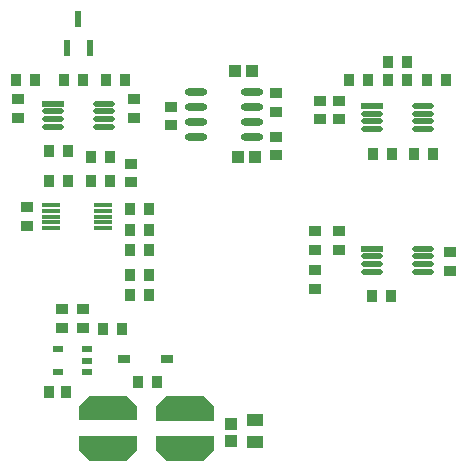
<source format=gtp>
G04*
G04 #@! TF.GenerationSoftware,Altium Limited,Altium Designer,22.3.1 (43)*
G04*
G04 Layer_Color=8421504*
%FSLAX25Y25*%
%MOIN*%
G70*
G04*
G04 #@! TF.SameCoordinates,2454C8F7-4EAD-40B7-BFB8-64AA641CEC59*
G04*
G04*
G04 #@! TF.FilePolarity,Positive*
G04*
G01*
G75*
%ADD16R,0.03937X0.03740*%
%ADD17R,0.03937X0.03543*%
G04:AMPARAMS|DCode=18|XSize=73.09mil|YSize=19.61mil|CornerRadius=9.8mil|HoleSize=0mil|Usage=FLASHONLY|Rotation=0.000|XOffset=0mil|YOffset=0mil|HoleType=Round|Shape=RoundedRectangle|*
%AMROUNDEDRECTD18*
21,1,0.07309,0.00000,0,0,0.0*
21,1,0.05348,0.01961,0,0,0.0*
1,1,0.01961,0.02674,0.00000*
1,1,0.01961,-0.02674,0.00000*
1,1,0.01961,-0.02674,0.00000*
1,1,0.01961,0.02674,0.00000*
%
%ADD18ROUNDEDRECTD18*%
%ADD19R,0.07309X0.01961*%
%ADD20R,0.03543X0.03937*%
%ADD21R,0.03740X0.03937*%
%ADD22O,0.07480X0.02362*%
%ADD23R,0.03937X0.03937*%
%ADD24R,0.05512X0.04134*%
%ADD25R,0.03937X0.03937*%
%ADD26R,0.03937X0.02953*%
%ADD27R,0.12205X0.03543*%
%ADD28R,0.19291X0.04724*%
%ADD29R,0.03740X0.03937*%
%ADD30R,0.03543X0.02362*%
%ADD31R,0.05906X0.01181*%
%ADD32R,0.02362X0.05315*%
G36*
X72646Y19716D02*
X69102Y16173D01*
X56898D01*
X53354Y19716D01*
Y24441D01*
X72646D01*
Y19716D01*
D02*
G37*
G36*
Y34284D02*
Y29559D01*
X53354D01*
Y34284D01*
X56898Y37827D01*
X69102D01*
X72646Y34284D01*
D02*
G37*
G36*
X98146Y19638D02*
X94602Y16094D01*
X82398D01*
X78854Y19638D01*
Y24362D01*
X98146D01*
Y19638D01*
D02*
G37*
G36*
Y34205D02*
Y29480D01*
X78854D01*
Y34205D01*
X82398Y37748D01*
X94602D01*
X98146Y34205D01*
D02*
G37*
D16*
X140000Y129850D02*
D03*
Y136150D02*
D03*
X132000Y79650D02*
D03*
Y73350D02*
D03*
X70500Y108850D02*
D03*
Y115150D02*
D03*
X47500Y66650D02*
D03*
Y60350D02*
D03*
X177000Y85650D02*
D03*
Y79350D02*
D03*
X119000Y117850D02*
D03*
Y124150D02*
D03*
Y138650D02*
D03*
Y132350D02*
D03*
X33000Y136650D02*
D03*
Y130350D02*
D03*
X36000Y100650D02*
D03*
Y94350D02*
D03*
D17*
X133500Y136150D02*
D03*
Y129850D02*
D03*
X132000Y92650D02*
D03*
Y86350D02*
D03*
X54500Y60350D02*
D03*
Y66650D02*
D03*
X140000Y86350D02*
D03*
Y92650D02*
D03*
X84000Y134150D02*
D03*
Y127850D02*
D03*
X71500Y130350D02*
D03*
Y136650D02*
D03*
D18*
X167921Y86839D02*
D03*
Y84280D02*
D03*
Y81721D02*
D03*
Y79161D02*
D03*
X150985D02*
D03*
Y81721D02*
D03*
Y84280D02*
D03*
X167968Y126661D02*
D03*
Y129220D02*
D03*
X151032Y131780D02*
D03*
Y129220D02*
D03*
Y126661D02*
D03*
X167968Y131780D02*
D03*
Y134339D02*
D03*
X44564Y132559D02*
D03*
Y130000D02*
D03*
Y127441D02*
D03*
X61500D02*
D03*
Y130000D02*
D03*
Y132559D02*
D03*
Y135118D02*
D03*
D19*
X150985Y86839D02*
D03*
X151032Y134339D02*
D03*
X44564Y135118D02*
D03*
D20*
X164850Y118500D02*
D03*
X171150D02*
D03*
X143350Y143000D02*
D03*
X149650D02*
D03*
X156350D02*
D03*
X162650D02*
D03*
X76650Y100000D02*
D03*
X70350D02*
D03*
X76650Y86500D02*
D03*
X70350D02*
D03*
Y78000D02*
D03*
X63650Y117500D02*
D03*
X57350D02*
D03*
X49650Y109500D02*
D03*
X43350D02*
D03*
X76650Y78000D02*
D03*
X32350Y143000D02*
D03*
X38650D02*
D03*
X48350D02*
D03*
X54650D02*
D03*
X61350Y60000D02*
D03*
X67650D02*
D03*
D21*
X57350Y109500D02*
D03*
X63650D02*
D03*
X70350Y71500D02*
D03*
X76650D02*
D03*
X70350Y93000D02*
D03*
X76650D02*
D03*
X162650Y149000D02*
D03*
X156350D02*
D03*
X43350Y119500D02*
D03*
X49650D02*
D03*
X169350Y143000D02*
D03*
X175650D02*
D03*
X151350Y118500D02*
D03*
X157650D02*
D03*
X79150Y42500D02*
D03*
X72850D02*
D03*
X150850Y71000D02*
D03*
X157150D02*
D03*
X62350Y143000D02*
D03*
X68650D02*
D03*
D22*
X110752Y128953D02*
D03*
Y123953D02*
D03*
Y133953D02*
D03*
Y138953D02*
D03*
X92248Y123953D02*
D03*
Y128953D02*
D03*
Y133953D02*
D03*
Y138953D02*
D03*
D23*
X111953Y117500D02*
D03*
X106047D02*
D03*
X110953Y146000D02*
D03*
X105047D02*
D03*
D24*
X112000Y22457D02*
D03*
Y29543D02*
D03*
D25*
X104000Y22547D02*
D03*
Y28453D02*
D03*
D26*
X82500Y50000D02*
D03*
X68327D02*
D03*
D27*
X63000Y36055D02*
D03*
Y17945D02*
D03*
X88500Y17866D02*
D03*
Y35976D02*
D03*
D28*
X63000Y22079D02*
D03*
Y31921D02*
D03*
X88500Y31842D02*
D03*
Y22000D02*
D03*
D29*
X43047Y39000D02*
D03*
X48953D02*
D03*
D30*
X55724Y45760D02*
D03*
Y49500D02*
D03*
Y53240D02*
D03*
X46276D02*
D03*
Y45760D02*
D03*
D31*
X61114Y101437D02*
D03*
Y99468D02*
D03*
Y97500D02*
D03*
Y95531D02*
D03*
Y93563D02*
D03*
X43791D02*
D03*
Y95531D02*
D03*
Y97500D02*
D03*
Y99468D02*
D03*
Y101437D02*
D03*
D32*
X49260Y153776D02*
D03*
X56740D02*
D03*
X53000Y163224D02*
D03*
M02*

</source>
